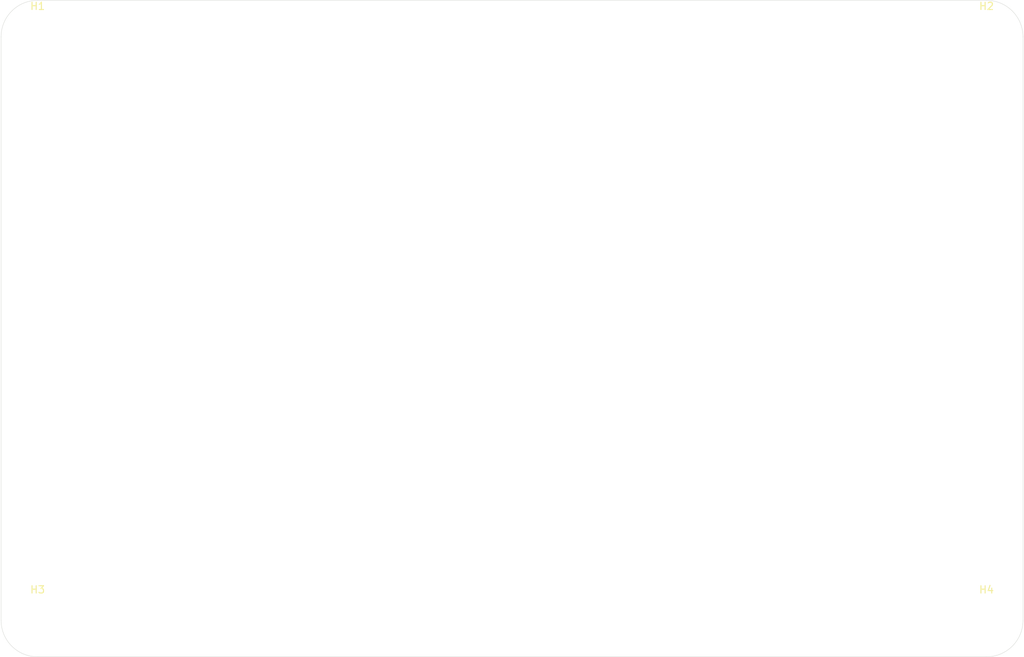
<source format=kicad_pcb>
(kicad_pcb (version 20211014) (generator pcbnew)
  (layers (0 "F.Cu" signal) (31 "B.Cu" signal) (34 "B.Paste" user) (35 "F.Paste" user) (36 "B.SilkS" user "B.Silkscreen") (37 "F.SilkS" user "F.Silkscreen") (38 "B.Mask" user) (39 "F.Mask" user) (44 "Edge.Cuts" user))
  (net 0 "")
  (footprint "footprints:MountingHole_3.2mm_M3" (layer "F.Cu") (at 215 140)
    (fp_text reference "H4" (at 0 -4.2) (layer "F.SilkS"))
    (fp_text value "MountingHole")
    (pad "" np_thru_hole circle locked (at 0 0) (size 3.2 3.2) (drill 3.2) (layers *.Cu *.Mask))
  )
  (footprint "footprints:MountingHole_3.2mm_M3" (layer "F.Cu") (at 215 60)
    (fp_text reference "H2" (at 0 -4.2) (layer "F.SilkS"))
    (fp_text value "MountingHole")
    (pad "" np_thru_hole circle locked (at 0 0) (size 3.2 3.2) (drill 3.2) (layers *.Cu *.Mask))
  )
  (footprint "footprints:MountingHole_3.2mm_M3" (layer "F.Cu") (at 85 140)
    (fp_text reference "H3" (at 0 -4.2) (layer "F.SilkS"))
    (fp_text value "MountingHole")
    (pad "" np_thru_hole circle locked (at 0 0) (size 3.2 3.2) (drill 3.2) (layers *.Cu *.Mask))
  )
  (footprint "footprints:MountingHole_3.2mm_M3" (layer "F.Cu") (at 85 60)
    (fp_text reference "H1" (at 0 -4.2) (layer "F.SilkS"))
    (fp_text value "MountingHole")
    (pad "" np_thru_hole circle locked (at 0 0) (size 3.2 3.2) (drill 3.2) (layers *.Cu *.Mask))
  )
  (gr_line locked (start 220 60) (end 220 140) (layer "Edge.Cuts") (width 0.05))
  (gr_line locked (start 80 60) (end 80 140) (layer "Edge.Cuts") (width 0.05))
  (gr_arc locked (start 80 60) (mid 81.464466 56.464466) (end 85 55) (layer "Edge.Cuts") (width 0.05))
  (gr_arc locked (start 85 145) (mid 81.464466 143.535534) (end 80 140) (layer "Edge.Cuts") (width 0.05))
  (gr_arc locked (start 220 140) (mid 218.535534 143.535534) (end 215 145) (layer "Edge.Cuts") (width 0.05))
  (gr_line locked (start 215 55) (end 85 55) (layer "Edge.Cuts") (width 0.05))
  (gr_arc locked (start 215 55) (mid 218.535534 56.464466) (end 220 60) (layer "Edge.Cuts") (width 0.05))
  (gr_line locked (start 215 145) (end 85 145) (layer "Edge.Cuts") (width 0.05))
)
</source>
